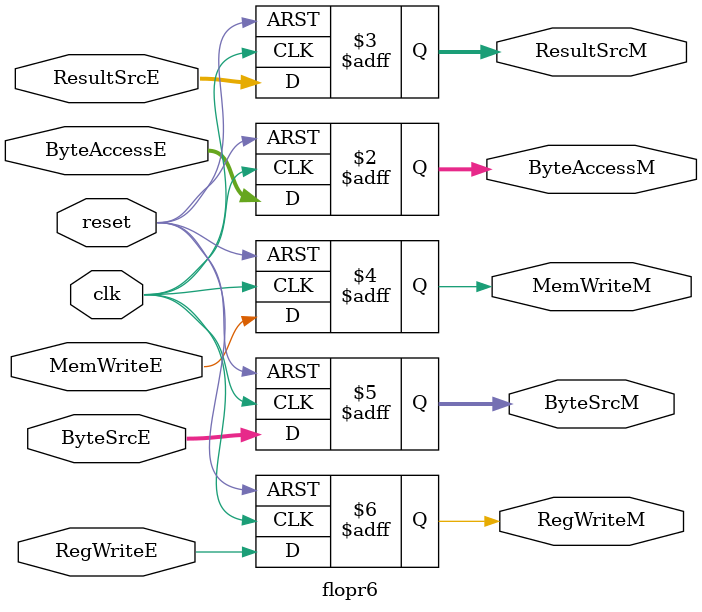
<source format=sv>
module flopr6(input  logic clk, reset,
              input  logic [1:0] ByteAccessE,
              input  logic [2:0] ResultSrcE,
              input  logic       MemWriteE,
              input  logic [2:0] ByteSrcE,
              input  logic       RegWriteE,
                  
              output logic [1:0] ByteAccessM,
              output logic [2:0] ResultSrcM,
              output logic       MemWriteM,
              output logic [2:0] ByteSrcM,
              output logic       RegWriteM
              );
                  
always_ff @(posedge clk, posedge reset)
    if(reset)
        begin
            ByteAccessM <= 2'b0;
            ResultSrcM  <= 3'b0;
            MemWriteM   <= 1'b0;
            ByteSrcM    <= 3'b0;
            RegWriteM   <= 1'b0;   
        end
    else
        begin
            ByteAccessM <= ByteAccessE;
            ResultSrcM  <= ResultSrcE;
            MemWriteM   <= MemWriteE;
            ByteSrcM    <= ByteSrcE;
            RegWriteM   <= RegWriteE;   
        end

endmodule
</source>
